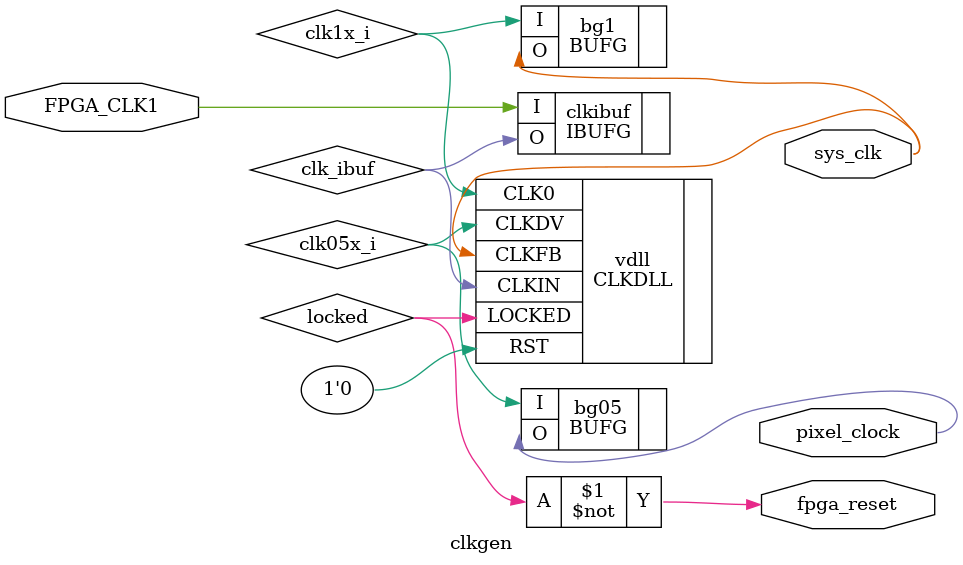
<source format=v>
module clkgen(
FPGA_CLK1,

sys_clk,
pixel_clock,
fpga_reset

);

input FPGA_CLK1;
output sys_clk, pixel_clock, fpga_reset;


wire clk1x, clk05x;

wire clk_ibuf, clk1x_i, clk05x_i;
wire locked;

IBUFG clkibuf(.I(FPGA_CLK1), .O(clk_ibuf));
BUFG bg1 (.I(clk1x_i), .O(sys_clk));
BUFG bg05 (.I(clk05x_i), .O(pixel_clock));

// synopsys translate_off
defparam vdll.CLKDV_DIVIDE = 2.0 ;
// synopsys translate_on
// synthesis attribute CLKDV_DIVIDE of vdll is 2
CLKDLL vdll(.CLKIN(clk_ibuf), .CLKFB(sys_clk), .CLK0(clk1x_i), .CLKDV(clk05x_i), .RST(1'b0), .LOCKED(locked));

assign fpga_reset = ~locked;


endmodule

</source>
